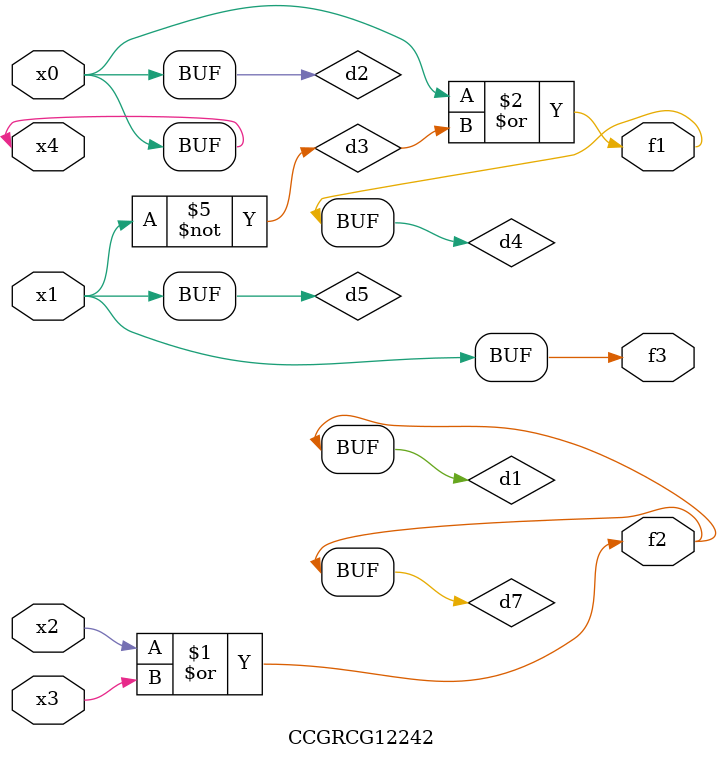
<source format=v>
module CCGRCG12242(
	input x0, x1, x2, x3, x4,
	output f1, f2, f3
);

	wire d1, d2, d3, d4, d5, d6, d7;

	or (d1, x2, x3);
	buf (d2, x0, x4);
	not (d3, x1);
	or (d4, d2, d3);
	not (d5, d3);
	nand (d6, d1, d3);
	or (d7, d1);
	assign f1 = d4;
	assign f2 = d7;
	assign f3 = d5;
endmodule

</source>
